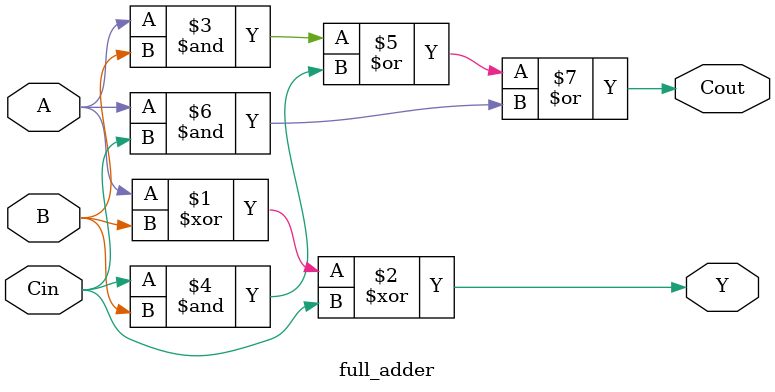
<source format=v>
module full_adder(
    input A, B, Cin,
    output Y, Cout
);

assign Y = A ^ B ^ Cin;
assign Cout = (A&B) | (Cin&B) | (A&Cin);

endmodule
</source>
